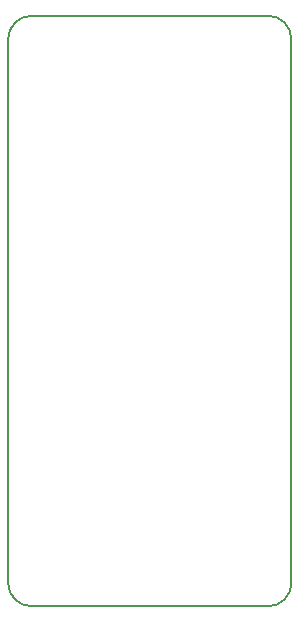
<source format=gm1>
G04 #@! TF.FileFunction,Profile,NP*
%FSLAX46Y46*%
G04 Gerber Fmt 4.6, Leading zero omitted, Abs format (unit mm)*
G04 Created by KiCad (PCBNEW 4.0.0-rc1-stable) date 8/9/2016 11:22:53 PM*
%MOMM*%
G01*
G04 APERTURE LIST*
%ADD10C,0.100000*%
%ADD11C,0.150000*%
G04 APERTURE END LIST*
D10*
D11*
X124000000Y-52000000D02*
G75*
G03X122000000Y-50000000I-2000000J0D01*
G01*
X122000000Y-100000000D02*
G75*
G03X124000000Y-98000000I0J2000000D01*
G01*
X100000000Y-98000000D02*
G75*
G03X102000000Y-100000000I2000000J0D01*
G01*
X102000000Y-50000000D02*
G75*
G03X100000000Y-52000000I0J-2000000D01*
G01*
X122000000Y-50000000D02*
X102000000Y-50000000D01*
X124000000Y-98000000D02*
X124000000Y-52000000D01*
X102000000Y-100000000D02*
X122000000Y-100000000D01*
X100000000Y-52000000D02*
X100000000Y-98000000D01*
M02*

</source>
